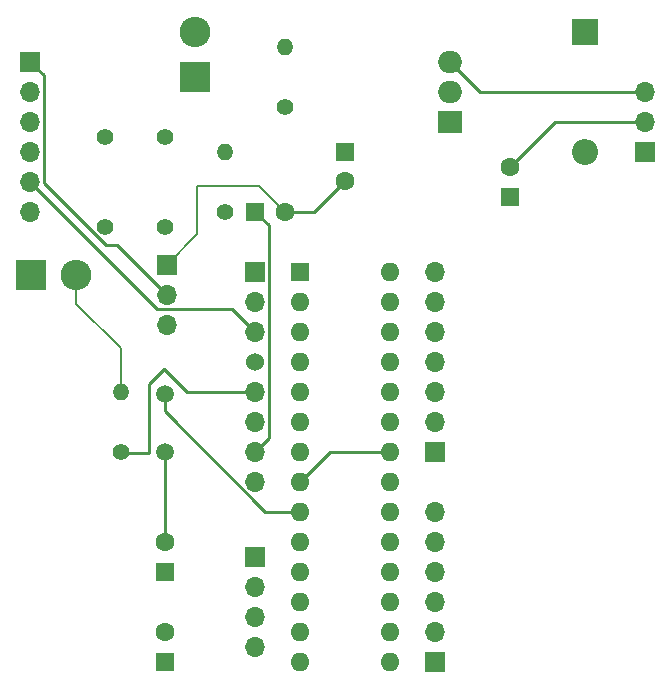
<source format=gbl>
G04 #@! TF.GenerationSoftware,KiCad,Pcbnew,(6.0.2)*
G04 #@! TF.CreationDate,2022-04-27T10:37:17-07:00*
G04 #@! TF.ProjectId,Serial programmer,53657269-616c-4207-9072-6f6772616d6d,rev?*
G04 #@! TF.SameCoordinates,Original*
G04 #@! TF.FileFunction,Copper,L2,Bot*
G04 #@! TF.FilePolarity,Positive*
%FSLAX46Y46*%
G04 Gerber Fmt 4.6, Leading zero omitted, Abs format (unit mm)*
G04 Created by KiCad (PCBNEW (6.0.2)) date 2022-04-27 10:37:17*
%MOMM*%
%LPD*%
G01*
G04 APERTURE LIST*
G04 #@! TA.AperFunction,ComponentPad*
%ADD10R,1.600000X1.600000*%
G04 #@! TD*
G04 #@! TA.AperFunction,ComponentPad*
%ADD11C,1.600000*%
G04 #@! TD*
G04 #@! TA.AperFunction,ComponentPad*
%ADD12R,2.200000X2.200000*%
G04 #@! TD*
G04 #@! TA.AperFunction,ComponentPad*
%ADD13O,2.200000X2.200000*%
G04 #@! TD*
G04 #@! TA.AperFunction,ComponentPad*
%ADD14R,2.600000X2.600000*%
G04 #@! TD*
G04 #@! TA.AperFunction,ComponentPad*
%ADD15O,2.600000X2.600000*%
G04 #@! TD*
G04 #@! TA.AperFunction,ComponentPad*
%ADD16C,1.400000*%
G04 #@! TD*
G04 #@! TA.AperFunction,ComponentPad*
%ADD17O,1.400000X1.400000*%
G04 #@! TD*
G04 #@! TA.AperFunction,ComponentPad*
%ADD18C,1.397000*%
G04 #@! TD*
G04 #@! TA.AperFunction,ComponentPad*
%ADD19R,2.000000X1.905000*%
G04 #@! TD*
G04 #@! TA.AperFunction,ComponentPad*
%ADD20O,2.000000X1.905000*%
G04 #@! TD*
G04 #@! TA.AperFunction,ComponentPad*
%ADD21O,1.600000X1.600000*%
G04 #@! TD*
G04 #@! TA.AperFunction,ComponentPad*
%ADD22C,1.500000*%
G04 #@! TD*
G04 #@! TA.AperFunction,ComponentPad*
%ADD23R,1.700000X1.700000*%
G04 #@! TD*
G04 #@! TA.AperFunction,ComponentPad*
%ADD24O,1.700000X1.700000*%
G04 #@! TD*
G04 #@! TA.AperFunction,ComponentPad*
%ADD25C,1.524000*%
G04 #@! TD*
G04 #@! TA.AperFunction,Conductor*
%ADD26C,0.200000*%
G04 #@! TD*
G04 #@! TA.AperFunction,Conductor*
%ADD27C,0.250000*%
G04 #@! TD*
G04 APERTURE END LIST*
D10*
X196850000Y-72390000D03*
D11*
X196850000Y-69890000D03*
D10*
X182880000Y-68580000D03*
D11*
X182880000Y-71080000D03*
D10*
X167640000Y-111760000D03*
D11*
X167640000Y-109260000D03*
D10*
X167640000Y-104140000D03*
D11*
X167640000Y-101640000D03*
D10*
X175300000Y-73660000D03*
D11*
X177800000Y-73660000D03*
D12*
X203200000Y-58420000D03*
D13*
X203200000Y-68580000D03*
D14*
X170180000Y-62230000D03*
D15*
X170180000Y-58420000D03*
D16*
X172720000Y-73660000D03*
D17*
X172720000Y-68580000D03*
D16*
X177800000Y-64770000D03*
D17*
X177800000Y-59690000D03*
D18*
X162560000Y-74930000D03*
X162560000Y-67310000D03*
X167640000Y-74930000D03*
X167640000Y-67310000D03*
D19*
X191770000Y-66040000D03*
D20*
X191770000Y-63500000D03*
X191770000Y-60960000D03*
D10*
X179070000Y-78740000D03*
D21*
X179070000Y-81280000D03*
X179070000Y-83820000D03*
X179070000Y-86360000D03*
X179070000Y-88900000D03*
X179070000Y-91440000D03*
X179070000Y-93980000D03*
X179070000Y-96520000D03*
X179070000Y-99060000D03*
X179070000Y-101600000D03*
X179070000Y-104140000D03*
X179070000Y-106680000D03*
X179070000Y-109220000D03*
X179070000Y-111760000D03*
X186690000Y-111760000D03*
X186690000Y-109220000D03*
X186690000Y-106680000D03*
X186690000Y-104140000D03*
X186690000Y-101600000D03*
X186690000Y-99060000D03*
X186690000Y-96520000D03*
X186690000Y-93980000D03*
X186690000Y-91440000D03*
X186690000Y-88900000D03*
X186690000Y-86360000D03*
X186690000Y-83820000D03*
X186690000Y-81280000D03*
X186690000Y-78740000D03*
D22*
X167640000Y-93980000D03*
X167640000Y-89100000D03*
D23*
X190500000Y-93980000D03*
D24*
X190500000Y-91440000D03*
X190500000Y-88900000D03*
X190500000Y-86360000D03*
X190500000Y-83820000D03*
X190500000Y-81280000D03*
X190500000Y-78740000D03*
D23*
X190500000Y-111760000D03*
D24*
X190500000Y-109220000D03*
X190500000Y-106680000D03*
X190500000Y-104140000D03*
X190500000Y-101600000D03*
X190500000Y-99060000D03*
D23*
X175260000Y-78740000D03*
D24*
X175260000Y-81280000D03*
X175260000Y-83820000D03*
D25*
X175260000Y-86360000D03*
D24*
X175260000Y-88900000D03*
X175260000Y-91440000D03*
X175260000Y-93980000D03*
X175260000Y-96520000D03*
D23*
X175260000Y-102880000D03*
D24*
X175260000Y-105420000D03*
X175260000Y-107960000D03*
X175260000Y-110500000D03*
D23*
X156210000Y-60960000D03*
D24*
X156210000Y-63500000D03*
X156210000Y-66040000D03*
X156210000Y-68580000D03*
X156210000Y-71120000D03*
X156210000Y-73660000D03*
D23*
X208280000Y-68580000D03*
D24*
X208280000Y-66040000D03*
X208280000Y-63500000D03*
D23*
X167800000Y-78175000D03*
D24*
X167800000Y-80715000D03*
X167800000Y-83255000D03*
D16*
X163900000Y-93990000D03*
D17*
X163900000Y-88910000D03*
D14*
X156350000Y-79000000D03*
D15*
X160160000Y-79000000D03*
D26*
X163900000Y-88910000D02*
X163900000Y-85200000D01*
X163900000Y-85200000D02*
X160160000Y-81460000D01*
X160160000Y-81460000D02*
X160160000Y-79000000D01*
X175640000Y-71500000D02*
X177800000Y-73660000D01*
X167800000Y-78175000D02*
X170400000Y-75575000D01*
D27*
X177800000Y-73660000D02*
X180300000Y-73660000D01*
X180300000Y-73660000D02*
X182880000Y-71080000D01*
D26*
X170400000Y-71500000D02*
X175640000Y-71500000D01*
D27*
X181610000Y-93980000D02*
X179070000Y-96520000D01*
D26*
X170400000Y-75575000D02*
X170400000Y-71500000D01*
D27*
X208280000Y-66040000D02*
X200700000Y-66040000D01*
X186690000Y-93980000D02*
X181610000Y-93980000D01*
X200700000Y-66040000D02*
X196850000Y-69890000D01*
X163585000Y-76500000D02*
X167800000Y-80715000D01*
X157384511Y-71201268D02*
X162683243Y-76500000D01*
X194310000Y-63500000D02*
X191770000Y-60960000D01*
X176434511Y-92805489D02*
X175260000Y-93980000D01*
X157384511Y-62134511D02*
X157384511Y-71201268D01*
X162683243Y-76500000D02*
X163585000Y-76500000D01*
X176434511Y-74794511D02*
X176434511Y-92805489D01*
X175300000Y-73660000D02*
X176434511Y-74794511D01*
X156210000Y-60960000D02*
X157384511Y-62134511D01*
X208280000Y-63500000D02*
X194310000Y-63500000D01*
X167640000Y-89100000D02*
X167640000Y-90561010D01*
X176138990Y-99060000D02*
X179070000Y-99060000D01*
X167640000Y-90561010D02*
X176138990Y-99060000D01*
X167640000Y-101640000D02*
X167640000Y-93980000D01*
X167600000Y-87000000D02*
X166300000Y-88300000D01*
X169500000Y-88900000D02*
X167600000Y-87000000D01*
X166300000Y-94100000D02*
X164010000Y-94100000D01*
X166300000Y-88300000D02*
X166300000Y-94100000D01*
X175260000Y-88900000D02*
X169500000Y-88900000D01*
X164010000Y-94100000D02*
X163900000Y-93990000D01*
X156210000Y-71120000D02*
X166979511Y-81889511D01*
X173329511Y-81889511D02*
X175260000Y-83820000D01*
X166979511Y-81889511D02*
X173329511Y-81889511D01*
M02*

</source>
